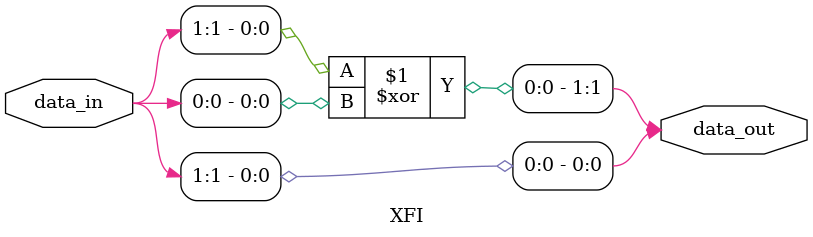
<source format=v>
`timescale 1ns / 1ps

module XFI (
    input  wire [1 : 0] data_in,
    output wire [1 : 0] data_out
);

assign data_out[1]=data_in[1]^data_in[0];
assign data_out[0]=data_in[1];


endmodule
</source>
